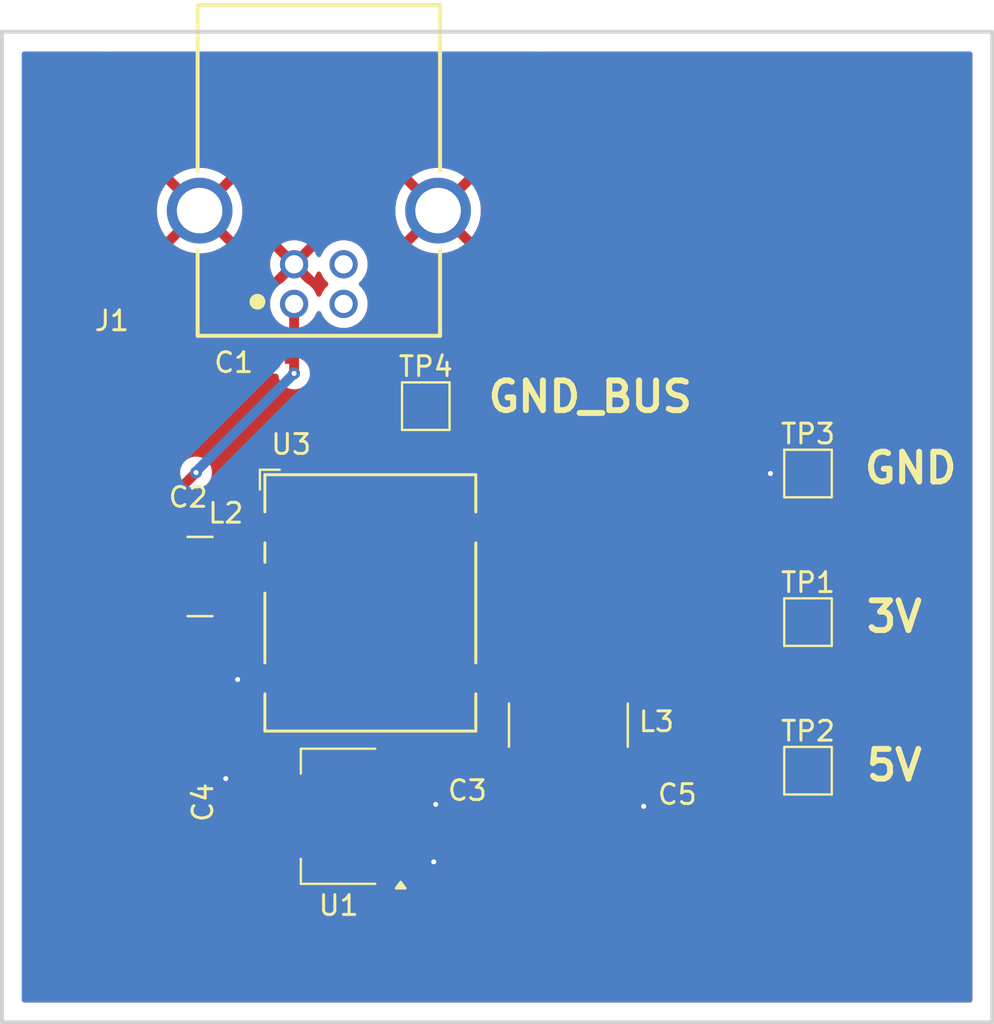
<source format=kicad_pcb>
(kicad_pcb (version 20241229) (generator "pcbnew") (generator_version "9.0")
  (layers (0 "F.Cu" signal) (2 "B.Cu" signal) (13 "F.Paste" user) (15 "B.Paste" user) (5 "F.SilkS" user "F.Silkscreen") (7 "B.SilkS" user "B.Silkscreen") (1 "F.Mask" user) (3 "B.Mask" user) (25 "Edge.Cuts" user))
  (net 0 "")
  (net 1 "VBUS")
  (net 2 "GND_BUS")
  (net 3 "+5V")
  (net 4 "GND")
  (net 5 "+3V3")
  (net 8 "Net-(U3-+VIN)")
  (net 9 "Net-(U3-+VOUT)")
  (footprint "RP2350_80QFN_minimal:C_0402_1005Metric_small_pads" (layer "F.Cu") (at 75.1 69.7 180)
    (property "Reference" "C2" (at -0.3 1.2 0) (layer "F.SilkS"))
    (property "Value" "4.7u")
    (pad "1" smd rect (at -0.515 0 180) (size 0.47 0.53) (layers "F.Cu" "F.Mask" "F.Paste") (net 2 "GND_BUS"))
    (pad "2" smd rect (at 0.515 0 180) (size 0.47 0.53) (layers "F.Cu" "F.Mask" "F.Paste") (net 1 "VBUS"))
  )
  (footprint "61400416121:61400416121" (layer "F.Cu") (at 82 52 180)
    (property "Reference" "J1" (at 10.4506 -7.5883 0) (layer "F.SilkS"))
    (property "Value" "61400416121")
    (fp_line (start 6.12 8.35) (end 6.12 -0.03) (stroke (width 0.2)) (layer "F.SilkS"))
    (fp_line (start 6.12 -8.35) (end 6.12 -4.03) (stroke (width 0.2)) (layer "F.SilkS"))
    (fp_line (start -6.12 8.35) (end 6.12 8.35) (stroke (width 0.2)) (layer "F.SilkS"))
    (fp_line (start -6.12 -0.03) (end -6.12 8.35) (stroke (width 0.2)) (layer "F.SilkS"))
    (fp_line (start -6.12 -8.35) (end 6.12 -8.35) (stroke (width 0.2)) (layer "F.SilkS"))
    (fp_line (start -6.12 -8.35) (end -6.12 -4.03) (stroke (width 0.2)) (layer "F.SilkS"))
    (fp_circle (center 3.1 -6.63) (end 3.3 -6.63) (stroke (width 0.4)) (fill no) (layer "F.SilkS"))
    (pad "1" thru_hole circle (at 1.25 -6.74 180) (size 1.428 1.428) (drill 0.92) (layers "*.Cu" "*.Mask") (net 1 "VBUS"))
    (pad "2" thru_hole circle (at -1.25 -6.74 180) (size 1.428 1.428) (drill 0.92) (layers "*.Cu" "*.Mask"))
    (pad "3" thru_hole circle (at -1.25 -4.74 180) (size 1.428 1.428) (drill 0.92) (layers "*.Cu" "*.Mask"))
    (pad "4" thru_hole circle (at 1.25 -4.74 180) (size 1.428 1.428) (drill 0.92) (layers "*.Cu" "*.Mask") (net 2 "GND_BUS"))
    (pad "S1" thru_hole circle (at -6.02 -2.03 180) (size 3.316 3.316) (drill 2.3) (layers "*.Cu" "*.Mask") (net 2 "GND_BUS"))
    (pad "S2" thru_hole circle (at 6.02 -2.03 180) (size 3.316 3.316) (drill 2.3) (layers "*.Cu" "*.Mask") (net 2 "GND_BUS"))
  )
  (footprint "ASPI-4030S-150M-T:IND_ASPI-4030S-150M-T" (layer "F.Cu") (at 76 72.5)
    (property "Reference" "L2" (at 1.3 -3.2 0) (layer "F.SilkS"))
    (property "Value" "15u")
    (fp_line (start -0.63 -2) (end 0.63 -2) (stroke (width 0.127)) (layer "F.SilkS"))
    (fp_line (start -0.63 2) (end 0.63 2) (stroke (width 0.127)) (layer "F.SilkS"))
    (pad "1" smd rect (at -1.5 0) (size 1.1 3.4) (layers "F.Cu" "F.Mask" "F.Paste") (net 1 "VBUS"))
    (pad "2" smd rect (at 1.5 0) (size 1.1 3.4) (layers "F.Cu" "F.Mask" "F.Paste") (net 8 "Net-(U3-+VIN)"))
  )
  (footprint "ASPI6045S220MT:IND_ASPI6045S220MT" (layer "F.Cu") (at 94.6 80 -90)
    (property "Reference" "L3" (at -0.175 -4.445 180) (layer "F.SilkS"))
    (property "Value" "22u")
    (fp_line (start -1.0865 3) (end 1.0865 3) (stroke (width 0.127)) (layer "F.SilkS"))
    (fp_line (start -1.0865 -3) (end 1.0865 -3) (stroke (width 0.127)) (layer "F.SilkS"))
    (pad "1" smd rect (at -2.25 0 270) (size 1.7 5.7) (layers "F.Cu" "F.Mask" "F.Paste") (net 9 "Net-(U3-+VOUT)"))
    (pad "2" smd rect (at 2.25 0 270) (size 1.7 5.7) (layers "F.Cu" "F.Mask" "F.Paste") (net 3 "+5V"))
  )
  (footprint "Package_TO_SOT_SMD:SOT-223-3_TabPin2" (layer "F.Cu") (at 83 84.6 180)
    (property "Reference" "U1" (at 0 -4.5 0) (layer "F.SilkS"))
    (property "Value" "NCP1117-3.3_SOT223")
    (fp_line (start 1.91 3.41) (end 1.91 2.15) (stroke (width 0.12)) (layer "F.SilkS"))
    (fp_line (start 1.91 -3.41) (end 1.91 -2.15) (stroke (width 0.12)) (layer "F.SilkS"))
    (fp_line (start -1.85 3.41) (end 1.91 3.41) (stroke (width 0.12)) (layer "F.SilkS"))
    (fp_line (start -1.85 -3.41) (end 1.91 -3.41) (stroke (width 0.12)) (layer "F.SilkS"))
    (fp_poly (pts (xy -3.13 -3.31) (xy -3.37 -3.64) (xy -2.89 -3.64) (xy -3.13 -3.31)) (stroke (width 0.12)) (fill yes) (layer "F.SilkS"))
    (pad "1" smd roundrect (at -3.15 -2.3 180) (size 2 1.5) (layers "F.Cu" "F.Mask" "F.Paste") (net 4 "GND"))
    (pad "2" smd roundrect (at -3.15 0 180) (size 2 1.5) (layers "F.Cu" "F.Mask" "F.Paste") (net 5 "+3V3"))
    (pad "2" smd roundrect (at 3.15 0 180) (size 2 3.8) (layers "F.Cu" "F.Mask" "F.Paste") (net 5 "+3V3"))
    (pad "3" smd roundrect (at -3.15 2.3 180) (size 2 1.5) (layers "F.Cu" "F.Mask" "F.Paste") (net 3 "+5V"))
  )
  (footprint "TestPoint:TestPoint_Pad_2.0x2.0mm" (layer "F.Cu") (at 87.4 63.9)
    (property "Reference" "TP4" (at 0 -1.998 0) (layer "F.SilkS"))
    (property "Value" "TestPoint")
    (fp_line (start -1.2 -1.2) (end 1.2 -1.2) (stroke (width 0.12)) (layer "F.SilkS"))
    (fp_line (start -1.2 1.2) (end -1.2 -1.2) (stroke (width 0.12)) (layer "F.SilkS"))
    (fp_line (start 1.2 -1.2) (end 1.2 1.2) (stroke (width 0.12)) (layer "F.SilkS"))
    (fp_line (start 1.2 1.2) (end -1.2 1.2) (stroke (width 0.12)) (layer "F.SilkS"))
    (pad "1" smd rect (at 0 0) (size 2 2) (layers "F.Cu" "F.Mask") (net 2 "GND_BUS"))
  )
  (footprint "RP2350_80QFN_minimal:C_0402_1005Metric_small_pads" (layer "F.Cu") (at 87.9 82.8 -90)
    (property "Reference" "C3" (at 0.5 -1.6 180) (layer "F.SilkS"))
    (property "Value" "10u")
    (pad "1" smd rect (at -0.515 0 270) (size 0.47 0.53) (layers "F.Cu" "F.Mask" "F.Paste") (net 3 "+5V"))
    (pad "2" smd rect (at 0.515 0 270) (size 0.47 0.53) (layers "F.Cu" "F.Mask" "F.Paste") (net 4 "GND"))
  )
  (footprint "RP2350_80QFN_minimal:C_0402_1005Metric_small_pads" (layer "F.Cu") (at 98.4 82.9 -90)
    (property "Reference" "C5" (at 0.6 -1.7 180) (layer "F.SilkS"))
    (property "Value" "10u")
    (pad "1" smd rect (at -0.515 0 270) (size 0.47 0.53) (layers "F.Cu" "F.Mask" "F.Paste") (net 3 "+5V"))
    (pad "2" smd rect (at 0.515 0 270) (size 0.47 0.53) (layers "F.Cu" "F.Mask" "F.Paste") (net 4 "GND"))
  )
  (footprint "Converter_DCDC:Converter_DCDC_Murata_NXExSxxxxMC_SMD" (layer "F.Cu") (at 84.6 75.1)
    (property "Reference" "U3" (at -4 -9.27 0) (layer "F.SilkS"))
    (property "Value" "NXE2S0505MC")
    (fp_line (start -5.577 -7.99) (end -5.577 -6.99) (stroke (width 0.12)) (layer "F.SilkS"))
    (fp_line (start -5.325 -7.74) (end 5.325 -7.74) (stroke (width 0.15)) (layer "F.SilkS"))
    (fp_line (start -5.325 -5.86) (end -5.325 -7.74) (stroke (width 0.15)) (layer "F.SilkS"))
    (fp_line (start -5.325 -3.32) (end -5.325 -4.3) (stroke (width 0.15)) (layer "F.SilkS"))
    (fp_line (start -5.325 1.76) (end -5.325 -1.76) (stroke (width 0.15)) (layer "F.SilkS"))
    (fp_line (start -5.325 5.2) (end -5.325 3.32) (stroke (width 0.15)) (layer "F.SilkS"))
    (fp_line (start -4.577 -7.99) (end -5.577 -7.99) (stroke (width 0.12)) (layer "F.SilkS"))
    (fp_line (start 5.325 -7.74) (end 5.325 -5.86) (stroke (width 0.15)) (layer "F.SilkS"))
    (fp_line (start 5.325 -4.3) (end 5.325 1.76) (stroke (width 0.15)) (layer "F.SilkS"))
    (fp_line (start 5.325 3.32) (end 5.325 5.2) (stroke (width 0.15)) (layer "F.SilkS"))
    (fp_line (start 5.325 5.2) (end -5.325 5.2) (stroke (width 0.15)) (layer "F.SilkS"))
    (pad "1" smd rect (at -4.7 -5.08) (size 2.3 1) (layers "F.Cu" "F.Mask" "F.Paste") (net 2 "GND_BUS"))
    (pad "3" smd rect (at -4.7 -2.54) (size 2.3 1) (layers "F.Cu" "F.Mask" "F.Paste") (net 8 "Net-(U3-+VIN)"))
    (pad "7" smd rect (at -4.7 2.54) (size 2.3 1) (layers "F.Cu" "F.Mask" "F.Paste") (net 4 "GND"))
    (pad "8" smd rect (at 4.7 2.54) (size 2.3 1) (layers "F.Cu" "F.Mask" "F.Paste") (net 9 "Net-(U3-+VOUT)"))
    (pad "14" smd rect (at 4.7 -5.08) (size 2.3 1) (layers "F.Cu" "F.Mask" "F.Paste"))
    (zone (net 0) (net_name "") (layer "F.Cu") (connect_pads (clearance 0)) (min_thickness 0.254)
      (keepout (tracks not_allowed) (vias not_allowed) (pads not_allowed) (copperpour not_allowed) (footprints not_allowed))
      (fill (thermal_gap 0.508) (thermal_bridge_width 0.508))
      (polygon (pts (xy 78.5 73.18) (xy 90.7 73.18) (xy 90.7 77.03) (xy 78.5 77.03)))
    )
  )
  (footprint "TestPoint:TestPoint_Pad_2.0x2.0mm" (layer "F.Cu") (at 106.7 74.8)
    (property "Reference" "TP1" (at 0 -1.998 0) (layer "F.SilkS"))
    (property "Value" "TestPoint")
    (fp_line (start -1.2 -1.2) (end 1.2 -1.2) (stroke (width 0.12)) (layer "F.SilkS"))
    (fp_line (start -1.2 1.2) (end -1.2 -1.2) (stroke (width 0.12)) (layer "F.SilkS"))
    (fp_line (start 1.2 -1.2) (end 1.2 1.2) (stroke (width 0.12)) (layer "F.SilkS"))
    (fp_line (start 1.2 1.2) (end -1.2 1.2) (stroke (width 0.12)) (layer "F.SilkS"))
    (pad "1" smd rect (at 0 0) (size 2 2) (layers "F.Cu" "F.Mask") (net 5 "+3V3"))
  )
  (footprint "RP2350_80QFN_minimal:C_0402_1005Metric_small_pads" (layer "F.Cu") (at 77.3 83.9 90)
    (property "Reference" "C4" (at 0 -1.16 90) (layer "F.SilkS"))
    (property "Value" "10u")
    (pad "1" smd rect (at -0.515 0 90) (size 0.47 0.53) (layers "F.Cu" "F.Mask" "F.Paste") (net 5 "+3V3"))
    (pad "2" smd rect (at 0.515 0 90) (size 0.47 0.53) (layers "F.Cu" "F.Mask" "F.Paste") (net 4 "GND"))
  )
  (footprint "TestPoint:TestPoint_Pad_2.0x2.0mm" (layer "F.Cu") (at 106.7 82.3)
    (property "Reference" "TP2" (at 0 -1.998 0) (layer "F.SilkS"))
    (property "Value" "TestPoint")
    (fp_line (start -1.2 -1.2) (end 1.2 -1.2) (stroke (width 0.12)) (layer "F.SilkS"))
    (fp_line (start -1.2 1.2) (end -1.2 -1.2) (stroke (width 0.12)) (layer "F.SilkS"))
    (fp_line (start 1.2 -1.2) (end 1.2 1.2) (stroke (width 0.12)) (layer "F.SilkS"))
    (fp_line (start 1.2 1.2) (end -1.2 1.2) (stroke (width 0.12)) (layer "F.SilkS"))
    (pad "1" smd rect (at 0 0) (size 2 2) (layers "F.Cu" "F.Mask") (net 3 "+5V"))
  )
  (footprint "RP2350_80QFN_minimal:C_0402_1005Metric_small_pads" (layer "F.Cu") (at 80 61.5)
    (property "Reference" "C1" (at -2.3 0.2 0) (layer "F.SilkS"))
    (property "Value" "10u")
    (pad "1" smd rect (at -0.515 0) (size 0.47 0.53) (layers "F.Cu" "F.Mask" "F.Paste") (net 2 "GND_BUS"))
    (pad "2" smd rect (at 0.515 0) (size 0.47 0.53) (layers "F.Cu" "F.Mask" "F.Paste") (net 1 "VBUS"))
  )
  (footprint "TestPoint:TestPoint_Pad_2.0x2.0mm" (layer "F.Cu") (at 106.7 67.3)
    (property "Reference" "TP3" (at 0 -1.998 0) (layer "F.SilkS"))
    (property "Value" "TestPoint")
    (fp_line (start -1.2 -1.2) (end 1.2 -1.2) (stroke (width 0.12)) (layer "F.SilkS"))
    (fp_line (start -1.2 1.2) (end -1.2 -1.2) (stroke (width 0.12)) (layer "F.SilkS"))
    (fp_line (start 1.2 -1.2) (end 1.2 1.2) (stroke (width 0.12)) (layer "F.SilkS"))
    (fp_line (start 1.2 1.2) (end -1.2 1.2) (stroke (width 0.12)) (layer "F.SilkS"))
    (pad "1" smd rect (at 0 0) (size 2 2) (layers "F.Cu" "F.Mask") (net 4 "GND"))
  )
  (gr_rect (start 66 45) (end 116 95) (stroke (width 0.2)) (fill no) (layer "Edge.Cuts"))
  (gr_text "GND" (at 109.4 67.9 0) (layer "F.SilkS") (effects (font (size 1.5 1.5) (thickness 0.3) (bold yes)) (justify left bottom)))
  (gr_text "5V" (at 109.5 82.9 0) (layer "F.SilkS") (effects (font (size 1.5 1.5) (thickness 0.3) (bold yes)) (justify left bottom)))
  (gr_text "GND_BUS" (at 90.4 64.3 0) (layer "F.SilkS") (effects (font (size 1.5 1.5) (thickness 0.3) (bold yes)) (justify left bottom)))
  (gr_text "3V" (at 109.5 75.4 0) (layer "F.SilkS") (effects (font (size 1.5 1.5) (thickness 0.3) (bold yes)) (justify left bottom)))
  (segment (start 74.5 68.55) (end 74.5 72.5) (width 0.5) (layer "F.Cu") (net 1))
  (segment (start 80.75 58.74) (end 80.75 62.25) (width 0.5) (layer "F.Cu") (net 1))
  (segment (start 75.8 67.25) (end 74.5 68.55) (width 0.5) (layer "F.Cu") (net 1))
  (via (at 75.8 67.25) (size 0.6) (drill 0.25) (layers "F.Cu" "B.Cu") (net 1))
  (via (at 80.75 62.25) (size 0.6) (drill 0.25) (layers "F.Cu" "B.Cu") (net 1))
  (segment (start 80.75 62.25) (end 75.8 67.2) (width 0.5) (layer "B.Cu") (net 1))
  (segment (start 75.8 67.2) (end 75.8 67.25) (width 0.5) (layer "B.Cu") (net 1))
  (segment (start 94.65 82.3) (end 106.7 82.3) (width 0.5) (layer "F.Cu") (net 3))
  (segment (start 86.2 82.25) (end 86.15 82.3) (width 0.5) (layer "F.Cu") (net 3))
  (segment (start 94.6 82.25) (end 94.65 82.3) (width 0.5) (layer "F.Cu") (net 3))
  (segment (start 94.6 82.25) (end 86.2 82.25) (width 0.5) (layer "F.Cu") (net 3))
  (segment (start 77.9 77.7) (end 77.96 77.64) (width 0.2) (layer "F.Cu") (net 4))
  (segment (start 106.7 67.3) (end 104.8 67.3) (width 0.3) (layer "F.Cu") (net 4))
  (segment (start 77.3 83.385) (end 77.3 82.7) (width 0.3) (layer "F.Cu") (net 4))
  (segment (start 86.15 86.9) (end 87.8 86.9) (width 0.3) (layer "F.Cu") (net 4))
  (segment (start 98.4 83.415) (end 98.4 84.1) (width 0.3) (layer "F.Cu") (net 4))
  (segment (start 87.9 84) (end 87.9 83.315) (width 0.3) (layer "F.Cu") (net 4))
  (segment (start 77.96 77.64) (end 79.9 77.64) (width 0.3) (layer "F.Cu") (net 4))
  (via (at 77.9 77.7) (size 0.6) (drill 0.25) (layers "F.Cu" "B.Cu") (net 4))
  (via (at 77.3 82.7) (size 0.6) (drill 0.25) (layers "F.Cu" "B.Cu") (net 4))
  (via (at 104.8 67.3) (size 0.6) (drill 0.25) (layers "F.Cu" "B.Cu") (net 4))
  (via (at 87.9 84) (size 0.6) (drill 0.25) (layers "F.Cu" "B.Cu") (net 4))
  (via (at 98.4 84.1) (size 0.6) (drill 0.25) (layers "F.Cu" "B.Cu") (net 4))
  (via (at 87.8 86.9) (size 0.6) (drill 0.25) (layers "F.Cu" "B.Cu") (net 4))
  (segment (start 77.5 72.5) (end 79.84 72.5) (width 0.5) (layer "F.Cu") (net 8))
  (segment (start 79.84 72.5) (end 79.9 72.56) (width 0.5) (layer "F.Cu") (net 8))
  (segment (start 89.3 77.64) (end 94.49 77.64) (width 0.5) (layer "F.Cu") (net 9))
  (segment (start 94.49 77.64) (end 94.6 77.75) (width 0.5) (layer "F.Cu") (net 9))
  (zone (net 2) (net_name "GND_BUS") (layer "F.Cu") (priority 2) (connect_pads (clearance 0.5)) (min_thickness 0.25) (fill yes (thermal_gap 0.5) (thermal_bridge_width 0.5))
    (polygon (pts (xy 71.5 45.1) (xy 71.705195 76.7) (xy 92.897403 76.7) (xy 93 45.1)))
  )
  (zone (net 5) (net_name "+3V3") (layer "F.Cu") (connect_pads (clearance 0.25)) (min_thickness 0.25) (fill yes (thermal_gap 0.5) (thermal_bridge_width 0.5))
    (polygon (pts (xy 66 45) (xy 116 45) (xy 116 95.1) (xy 66 95.1)))
  )
  (zone (net 4) (net_name "GND") (layer "B.Cu") (priority 1) (connect_pads (clearance 0.5)) (min_thickness 0.25) (fill yes (thermal_gap 0.5) (thermal_bridge_width 0.5))
    (polygon (pts (xy 66 44.6) (xy 116 44.6) (xy 116 95.1) (xy 66 95.1)))
  )
)
</source>
